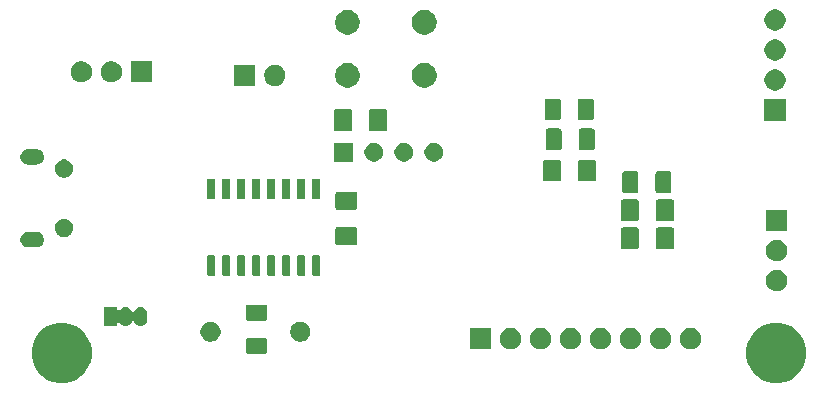
<source format=gbr>
%TF.GenerationSoftware,KiCad,Pcbnew,(5.1.5)-3*%
%TF.CreationDate,2021-01-03T14:47:41+13:00*%
%TF.ProjectId,SensorNodeCircuit,53656e73-6f72-44e6-9f64-654369726375,rev?*%
%TF.SameCoordinates,Original*%
%TF.FileFunction,Soldermask,Bot*%
%TF.FilePolarity,Negative*%
%FSLAX46Y46*%
G04 Gerber Fmt 4.6, Leading zero omitted, Abs format (unit mm)*
G04 Created by KiCad (PCBNEW (5.1.5)-3) date 2021-01-03 14:47:41*
%MOMM*%
%LPD*%
G04 APERTURE LIST*
%ADD10C,0.100000*%
G04 APERTURE END LIST*
D10*
G36*
X166744098Y-104547033D02*
G01*
X167208350Y-104739332D01*
X167208352Y-104739333D01*
X167626168Y-105018509D01*
X167981491Y-105373832D01*
X168260667Y-105791648D01*
X168260668Y-105791650D01*
X168452967Y-106255902D01*
X168551000Y-106748747D01*
X168551000Y-107251253D01*
X168452967Y-107744098D01*
X168260668Y-108208350D01*
X168260667Y-108208352D01*
X167981491Y-108626168D01*
X167626168Y-108981491D01*
X167208352Y-109260667D01*
X167208351Y-109260668D01*
X167208350Y-109260668D01*
X166744098Y-109452967D01*
X166251253Y-109551000D01*
X165748747Y-109551000D01*
X165255902Y-109452967D01*
X164791650Y-109260668D01*
X164791649Y-109260668D01*
X164791648Y-109260667D01*
X164373832Y-108981491D01*
X164018509Y-108626168D01*
X163739333Y-108208352D01*
X163739332Y-108208350D01*
X163547033Y-107744098D01*
X163449000Y-107251253D01*
X163449000Y-106748747D01*
X163547033Y-106255902D01*
X163739332Y-105791650D01*
X163739333Y-105791648D01*
X164018509Y-105373832D01*
X164373832Y-105018509D01*
X164791648Y-104739333D01*
X164791650Y-104739332D01*
X165255902Y-104547033D01*
X165748747Y-104449000D01*
X166251253Y-104449000D01*
X166744098Y-104547033D01*
G37*
G36*
X106244098Y-104547033D02*
G01*
X106708350Y-104739332D01*
X106708352Y-104739333D01*
X107126168Y-105018509D01*
X107481491Y-105373832D01*
X107760667Y-105791648D01*
X107760668Y-105791650D01*
X107952967Y-106255902D01*
X108051000Y-106748747D01*
X108051000Y-107251253D01*
X107952967Y-107744098D01*
X107760668Y-108208350D01*
X107760667Y-108208352D01*
X107481491Y-108626168D01*
X107126168Y-108981491D01*
X106708352Y-109260667D01*
X106708351Y-109260668D01*
X106708350Y-109260668D01*
X106244098Y-109452967D01*
X105751253Y-109551000D01*
X105248747Y-109551000D01*
X104755902Y-109452967D01*
X104291650Y-109260668D01*
X104291649Y-109260668D01*
X104291648Y-109260667D01*
X103873832Y-108981491D01*
X103518509Y-108626168D01*
X103239333Y-108208352D01*
X103239332Y-108208350D01*
X103047033Y-107744098D01*
X102949000Y-107251253D01*
X102949000Y-106748747D01*
X103047033Y-106255902D01*
X103239332Y-105791650D01*
X103239333Y-105791648D01*
X103518509Y-105373832D01*
X103873832Y-105018509D01*
X104291648Y-104739333D01*
X104291650Y-104739332D01*
X104755902Y-104547033D01*
X105248747Y-104449000D01*
X105751253Y-104449000D01*
X106244098Y-104547033D01*
G37*
G36*
X122768604Y-105728347D02*
G01*
X122805144Y-105739432D01*
X122838821Y-105757433D01*
X122868341Y-105781659D01*
X122892567Y-105811179D01*
X122910568Y-105844856D01*
X122921653Y-105881396D01*
X122926000Y-105925538D01*
X122926000Y-106874462D01*
X122921653Y-106918604D01*
X122910568Y-106955144D01*
X122892567Y-106988821D01*
X122868341Y-107018341D01*
X122838821Y-107042567D01*
X122805144Y-107060568D01*
X122768604Y-107071653D01*
X122724462Y-107076000D01*
X121275538Y-107076000D01*
X121231396Y-107071653D01*
X121194856Y-107060568D01*
X121161179Y-107042567D01*
X121131659Y-107018341D01*
X121107433Y-106988821D01*
X121089432Y-106955144D01*
X121078347Y-106918604D01*
X121074000Y-106874462D01*
X121074000Y-105925538D01*
X121078347Y-105881396D01*
X121089432Y-105844856D01*
X121107433Y-105811179D01*
X121131659Y-105781659D01*
X121161179Y-105757433D01*
X121194856Y-105739432D01*
X121231396Y-105728347D01*
X121275538Y-105724000D01*
X122724462Y-105724000D01*
X122768604Y-105728347D01*
G37*
G36*
X153773512Y-104903927D02*
G01*
X153922812Y-104933624D01*
X154086784Y-105001544D01*
X154234354Y-105100147D01*
X154359853Y-105225646D01*
X154458456Y-105373216D01*
X154526376Y-105537188D01*
X154561000Y-105711259D01*
X154561000Y-105888741D01*
X154526376Y-106062812D01*
X154458456Y-106226784D01*
X154359853Y-106374354D01*
X154234354Y-106499853D01*
X154086784Y-106598456D01*
X153922812Y-106666376D01*
X153773512Y-106696073D01*
X153748742Y-106701000D01*
X153571258Y-106701000D01*
X153546488Y-106696073D01*
X153397188Y-106666376D01*
X153233216Y-106598456D01*
X153085646Y-106499853D01*
X152960147Y-106374354D01*
X152861544Y-106226784D01*
X152793624Y-106062812D01*
X152759000Y-105888741D01*
X152759000Y-105711259D01*
X152793624Y-105537188D01*
X152861544Y-105373216D01*
X152960147Y-105225646D01*
X153085646Y-105100147D01*
X153233216Y-105001544D01*
X153397188Y-104933624D01*
X153546488Y-104903927D01*
X153571258Y-104899000D01*
X153748742Y-104899000D01*
X153773512Y-104903927D01*
G37*
G36*
X158853512Y-104903927D02*
G01*
X159002812Y-104933624D01*
X159166784Y-105001544D01*
X159314354Y-105100147D01*
X159439853Y-105225646D01*
X159538456Y-105373216D01*
X159606376Y-105537188D01*
X159641000Y-105711259D01*
X159641000Y-105888741D01*
X159606376Y-106062812D01*
X159538456Y-106226784D01*
X159439853Y-106374354D01*
X159314354Y-106499853D01*
X159166784Y-106598456D01*
X159002812Y-106666376D01*
X158853512Y-106696073D01*
X158828742Y-106701000D01*
X158651258Y-106701000D01*
X158626488Y-106696073D01*
X158477188Y-106666376D01*
X158313216Y-106598456D01*
X158165646Y-106499853D01*
X158040147Y-106374354D01*
X157941544Y-106226784D01*
X157873624Y-106062812D01*
X157839000Y-105888741D01*
X157839000Y-105711259D01*
X157873624Y-105537188D01*
X157941544Y-105373216D01*
X158040147Y-105225646D01*
X158165646Y-105100147D01*
X158313216Y-105001544D01*
X158477188Y-104933624D01*
X158626488Y-104903927D01*
X158651258Y-104899000D01*
X158828742Y-104899000D01*
X158853512Y-104903927D01*
G37*
G36*
X156313512Y-104903927D02*
G01*
X156462812Y-104933624D01*
X156626784Y-105001544D01*
X156774354Y-105100147D01*
X156899853Y-105225646D01*
X156998456Y-105373216D01*
X157066376Y-105537188D01*
X157101000Y-105711259D01*
X157101000Y-105888741D01*
X157066376Y-106062812D01*
X156998456Y-106226784D01*
X156899853Y-106374354D01*
X156774354Y-106499853D01*
X156626784Y-106598456D01*
X156462812Y-106666376D01*
X156313512Y-106696073D01*
X156288742Y-106701000D01*
X156111258Y-106701000D01*
X156086488Y-106696073D01*
X155937188Y-106666376D01*
X155773216Y-106598456D01*
X155625646Y-106499853D01*
X155500147Y-106374354D01*
X155401544Y-106226784D01*
X155333624Y-106062812D01*
X155299000Y-105888741D01*
X155299000Y-105711259D01*
X155333624Y-105537188D01*
X155401544Y-105373216D01*
X155500147Y-105225646D01*
X155625646Y-105100147D01*
X155773216Y-105001544D01*
X155937188Y-104933624D01*
X156086488Y-104903927D01*
X156111258Y-104899000D01*
X156288742Y-104899000D01*
X156313512Y-104903927D01*
G37*
G36*
X151233512Y-104903927D02*
G01*
X151382812Y-104933624D01*
X151546784Y-105001544D01*
X151694354Y-105100147D01*
X151819853Y-105225646D01*
X151918456Y-105373216D01*
X151986376Y-105537188D01*
X152021000Y-105711259D01*
X152021000Y-105888741D01*
X151986376Y-106062812D01*
X151918456Y-106226784D01*
X151819853Y-106374354D01*
X151694354Y-106499853D01*
X151546784Y-106598456D01*
X151382812Y-106666376D01*
X151233512Y-106696073D01*
X151208742Y-106701000D01*
X151031258Y-106701000D01*
X151006488Y-106696073D01*
X150857188Y-106666376D01*
X150693216Y-106598456D01*
X150545646Y-106499853D01*
X150420147Y-106374354D01*
X150321544Y-106226784D01*
X150253624Y-106062812D01*
X150219000Y-105888741D01*
X150219000Y-105711259D01*
X150253624Y-105537188D01*
X150321544Y-105373216D01*
X150420147Y-105225646D01*
X150545646Y-105100147D01*
X150693216Y-105001544D01*
X150857188Y-104933624D01*
X151006488Y-104903927D01*
X151031258Y-104899000D01*
X151208742Y-104899000D01*
X151233512Y-104903927D01*
G37*
G36*
X148693512Y-104903927D02*
G01*
X148842812Y-104933624D01*
X149006784Y-105001544D01*
X149154354Y-105100147D01*
X149279853Y-105225646D01*
X149378456Y-105373216D01*
X149446376Y-105537188D01*
X149481000Y-105711259D01*
X149481000Y-105888741D01*
X149446376Y-106062812D01*
X149378456Y-106226784D01*
X149279853Y-106374354D01*
X149154354Y-106499853D01*
X149006784Y-106598456D01*
X148842812Y-106666376D01*
X148693512Y-106696073D01*
X148668742Y-106701000D01*
X148491258Y-106701000D01*
X148466488Y-106696073D01*
X148317188Y-106666376D01*
X148153216Y-106598456D01*
X148005646Y-106499853D01*
X147880147Y-106374354D01*
X147781544Y-106226784D01*
X147713624Y-106062812D01*
X147679000Y-105888741D01*
X147679000Y-105711259D01*
X147713624Y-105537188D01*
X147781544Y-105373216D01*
X147880147Y-105225646D01*
X148005646Y-105100147D01*
X148153216Y-105001544D01*
X148317188Y-104933624D01*
X148466488Y-104903927D01*
X148491258Y-104899000D01*
X148668742Y-104899000D01*
X148693512Y-104903927D01*
G37*
G36*
X146153512Y-104903927D02*
G01*
X146302812Y-104933624D01*
X146466784Y-105001544D01*
X146614354Y-105100147D01*
X146739853Y-105225646D01*
X146838456Y-105373216D01*
X146906376Y-105537188D01*
X146941000Y-105711259D01*
X146941000Y-105888741D01*
X146906376Y-106062812D01*
X146838456Y-106226784D01*
X146739853Y-106374354D01*
X146614354Y-106499853D01*
X146466784Y-106598456D01*
X146302812Y-106666376D01*
X146153512Y-106696073D01*
X146128742Y-106701000D01*
X145951258Y-106701000D01*
X145926488Y-106696073D01*
X145777188Y-106666376D01*
X145613216Y-106598456D01*
X145465646Y-106499853D01*
X145340147Y-106374354D01*
X145241544Y-106226784D01*
X145173624Y-106062812D01*
X145139000Y-105888741D01*
X145139000Y-105711259D01*
X145173624Y-105537188D01*
X145241544Y-105373216D01*
X145340147Y-105225646D01*
X145465646Y-105100147D01*
X145613216Y-105001544D01*
X145777188Y-104933624D01*
X145926488Y-104903927D01*
X145951258Y-104899000D01*
X146128742Y-104899000D01*
X146153512Y-104903927D01*
G37*
G36*
X143613512Y-104903927D02*
G01*
X143762812Y-104933624D01*
X143926784Y-105001544D01*
X144074354Y-105100147D01*
X144199853Y-105225646D01*
X144298456Y-105373216D01*
X144366376Y-105537188D01*
X144401000Y-105711259D01*
X144401000Y-105888741D01*
X144366376Y-106062812D01*
X144298456Y-106226784D01*
X144199853Y-106374354D01*
X144074354Y-106499853D01*
X143926784Y-106598456D01*
X143762812Y-106666376D01*
X143613512Y-106696073D01*
X143588742Y-106701000D01*
X143411258Y-106701000D01*
X143386488Y-106696073D01*
X143237188Y-106666376D01*
X143073216Y-106598456D01*
X142925646Y-106499853D01*
X142800147Y-106374354D01*
X142701544Y-106226784D01*
X142633624Y-106062812D01*
X142599000Y-105888741D01*
X142599000Y-105711259D01*
X142633624Y-105537188D01*
X142701544Y-105373216D01*
X142800147Y-105225646D01*
X142925646Y-105100147D01*
X143073216Y-105001544D01*
X143237188Y-104933624D01*
X143386488Y-104903927D01*
X143411258Y-104899000D01*
X143588742Y-104899000D01*
X143613512Y-104903927D01*
G37*
G36*
X141861000Y-106701000D02*
G01*
X140059000Y-106701000D01*
X140059000Y-104899000D01*
X141861000Y-104899000D01*
X141861000Y-106701000D01*
G37*
G36*
X125948228Y-104381703D02*
G01*
X126103100Y-104445853D01*
X126242481Y-104538985D01*
X126361015Y-104657519D01*
X126454147Y-104796900D01*
X126518297Y-104951772D01*
X126551000Y-105116184D01*
X126551000Y-105283816D01*
X126518297Y-105448228D01*
X126454147Y-105603100D01*
X126361015Y-105742481D01*
X126242481Y-105861015D01*
X126103100Y-105954147D01*
X125948228Y-106018297D01*
X125783816Y-106051000D01*
X125616184Y-106051000D01*
X125451772Y-106018297D01*
X125296900Y-105954147D01*
X125157519Y-105861015D01*
X125038985Y-105742481D01*
X124945853Y-105603100D01*
X124881703Y-105448228D01*
X124849000Y-105283816D01*
X124849000Y-105116184D01*
X124881703Y-104951772D01*
X124945853Y-104796900D01*
X125038985Y-104657519D01*
X125157519Y-104538985D01*
X125296900Y-104445853D01*
X125451772Y-104381703D01*
X125616184Y-104349000D01*
X125783816Y-104349000D01*
X125948228Y-104381703D01*
G37*
G36*
X118348228Y-104381703D02*
G01*
X118503100Y-104445853D01*
X118642481Y-104538985D01*
X118761015Y-104657519D01*
X118854147Y-104796900D01*
X118918297Y-104951772D01*
X118951000Y-105116184D01*
X118951000Y-105283816D01*
X118918297Y-105448228D01*
X118854147Y-105603100D01*
X118761015Y-105742481D01*
X118642481Y-105861015D01*
X118503100Y-105954147D01*
X118348228Y-106018297D01*
X118183816Y-106051000D01*
X118016184Y-106051000D01*
X117851772Y-106018297D01*
X117696900Y-105954147D01*
X117557519Y-105861015D01*
X117438985Y-105742481D01*
X117345853Y-105603100D01*
X117281703Y-105448228D01*
X117249000Y-105283816D01*
X117249000Y-105116184D01*
X117281703Y-104951772D01*
X117345853Y-104796900D01*
X117438985Y-104657519D01*
X117557519Y-104538985D01*
X117696900Y-104445853D01*
X117851772Y-104381703D01*
X118016184Y-104349000D01*
X118183816Y-104349000D01*
X118348228Y-104381703D01*
G37*
G36*
X112282915Y-103107334D02*
G01*
X112391491Y-103140271D01*
X112391494Y-103140272D01*
X112427600Y-103159571D01*
X112491556Y-103193756D01*
X112579264Y-103265736D01*
X112651244Y-103353443D01*
X112685429Y-103417399D01*
X112704728Y-103453505D01*
X112704729Y-103453508D01*
X112737666Y-103562084D01*
X112746000Y-103646702D01*
X112746000Y-104153297D01*
X112737666Y-104237916D01*
X112705252Y-104344767D01*
X112704728Y-104346495D01*
X112694761Y-104365141D01*
X112651244Y-104446557D01*
X112579264Y-104534264D01*
X112491557Y-104606244D01*
X112427601Y-104640429D01*
X112391495Y-104659728D01*
X112391492Y-104659729D01*
X112282916Y-104692666D01*
X112170000Y-104703787D01*
X112057085Y-104692666D01*
X111948509Y-104659729D01*
X111948506Y-104659728D01*
X111912400Y-104640429D01*
X111848444Y-104606244D01*
X111760737Y-104534264D01*
X111688757Y-104446557D01*
X111645239Y-104365141D01*
X111631625Y-104344766D01*
X111614298Y-104327439D01*
X111593924Y-104313826D01*
X111571285Y-104304448D01*
X111547252Y-104299668D01*
X111522748Y-104299668D01*
X111498715Y-104304448D01*
X111476076Y-104313826D01*
X111455701Y-104327440D01*
X111438374Y-104344767D01*
X111424761Y-104365141D01*
X111381244Y-104446557D01*
X111309264Y-104534264D01*
X111221557Y-104606244D01*
X111157601Y-104640429D01*
X111121495Y-104659728D01*
X111121492Y-104659729D01*
X111012916Y-104692666D01*
X110900000Y-104703787D01*
X110787085Y-104692666D01*
X110678509Y-104659729D01*
X110678506Y-104659728D01*
X110642400Y-104640429D01*
X110578444Y-104606244D01*
X110490737Y-104534264D01*
X110427622Y-104457359D01*
X110410297Y-104440034D01*
X110389923Y-104426420D01*
X110367284Y-104417043D01*
X110343250Y-104412263D01*
X110318746Y-104412263D01*
X110294713Y-104417044D01*
X110272074Y-104426421D01*
X110251700Y-104440035D01*
X110234373Y-104457362D01*
X110220759Y-104477736D01*
X110211382Y-104500375D01*
X110206000Y-104536660D01*
X110206000Y-104701000D01*
X109054000Y-104701000D01*
X109054000Y-103099000D01*
X110206000Y-103099000D01*
X110206000Y-103263341D01*
X110208402Y-103287727D01*
X110215515Y-103311176D01*
X110227066Y-103332787D01*
X110242611Y-103351729D01*
X110261553Y-103367274D01*
X110283164Y-103378825D01*
X110306613Y-103385938D01*
X110330999Y-103388340D01*
X110355385Y-103385938D01*
X110378834Y-103378825D01*
X110400445Y-103367274D01*
X110419387Y-103351729D01*
X110427608Y-103342657D01*
X110490736Y-103265736D01*
X110578443Y-103193756D01*
X110642399Y-103159571D01*
X110678505Y-103140272D01*
X110678508Y-103140271D01*
X110787084Y-103107334D01*
X110900000Y-103096213D01*
X111012915Y-103107334D01*
X111121491Y-103140271D01*
X111121494Y-103140272D01*
X111157600Y-103159571D01*
X111221556Y-103193756D01*
X111309264Y-103265736D01*
X111381244Y-103353443D01*
X111424761Y-103434859D01*
X111438375Y-103455234D01*
X111455702Y-103472561D01*
X111476076Y-103486174D01*
X111498715Y-103495552D01*
X111522748Y-103500332D01*
X111547252Y-103500332D01*
X111571285Y-103495552D01*
X111593924Y-103486174D01*
X111614299Y-103472560D01*
X111631626Y-103455233D01*
X111645239Y-103434860D01*
X111688756Y-103353444D01*
X111760736Y-103265736D01*
X111848443Y-103193756D01*
X111912399Y-103159571D01*
X111948505Y-103140272D01*
X111948508Y-103140271D01*
X112057084Y-103107334D01*
X112170000Y-103096213D01*
X112282915Y-103107334D01*
G37*
G36*
X122768604Y-102928347D02*
G01*
X122805144Y-102939432D01*
X122838821Y-102957433D01*
X122868341Y-102981659D01*
X122892567Y-103011179D01*
X122910568Y-103044856D01*
X122921653Y-103081396D01*
X122926000Y-103125538D01*
X122926000Y-104074462D01*
X122921653Y-104118604D01*
X122910568Y-104155144D01*
X122892567Y-104188821D01*
X122868341Y-104218341D01*
X122838821Y-104242567D01*
X122805144Y-104260568D01*
X122768604Y-104271653D01*
X122724462Y-104276000D01*
X121275538Y-104276000D01*
X121231396Y-104271653D01*
X121194856Y-104260568D01*
X121161179Y-104242567D01*
X121131659Y-104218341D01*
X121107433Y-104188821D01*
X121089432Y-104155144D01*
X121078347Y-104118604D01*
X121074000Y-104074462D01*
X121074000Y-103125538D01*
X121078347Y-103081396D01*
X121089432Y-103044856D01*
X121107433Y-103011179D01*
X121131659Y-102981659D01*
X121161179Y-102957433D01*
X121194856Y-102939432D01*
X121231396Y-102928347D01*
X121275538Y-102924000D01*
X122724462Y-102924000D01*
X122768604Y-102928347D01*
G37*
G36*
X166149512Y-99971927D02*
G01*
X166298812Y-100001624D01*
X166462784Y-100069544D01*
X166610354Y-100168147D01*
X166735853Y-100293646D01*
X166834456Y-100441216D01*
X166902376Y-100605188D01*
X166937000Y-100779259D01*
X166937000Y-100956741D01*
X166902376Y-101130812D01*
X166834456Y-101294784D01*
X166735853Y-101442354D01*
X166610354Y-101567853D01*
X166462784Y-101666456D01*
X166298812Y-101734376D01*
X166149512Y-101764073D01*
X166124742Y-101769000D01*
X165947258Y-101769000D01*
X165922488Y-101764073D01*
X165773188Y-101734376D01*
X165609216Y-101666456D01*
X165461646Y-101567853D01*
X165336147Y-101442354D01*
X165237544Y-101294784D01*
X165169624Y-101130812D01*
X165135000Y-100956741D01*
X165135000Y-100779259D01*
X165169624Y-100605188D01*
X165237544Y-100441216D01*
X165336147Y-100293646D01*
X165461646Y-100168147D01*
X165609216Y-100069544D01*
X165773188Y-100001624D01*
X165922488Y-99971927D01*
X165947258Y-99967000D01*
X166124742Y-99967000D01*
X166149512Y-99971927D01*
G37*
G36*
X118419928Y-98751764D02*
G01*
X118441009Y-98758160D01*
X118460445Y-98768548D01*
X118477476Y-98782524D01*
X118491452Y-98799555D01*
X118501840Y-98818991D01*
X118508236Y-98840072D01*
X118511000Y-98868140D01*
X118511000Y-100331860D01*
X118508236Y-100359928D01*
X118501840Y-100381009D01*
X118491452Y-100400445D01*
X118477476Y-100417476D01*
X118460445Y-100431452D01*
X118441009Y-100441840D01*
X118419928Y-100448236D01*
X118391860Y-100451000D01*
X117928140Y-100451000D01*
X117900072Y-100448236D01*
X117878991Y-100441840D01*
X117859555Y-100431452D01*
X117842524Y-100417476D01*
X117828548Y-100400445D01*
X117818160Y-100381009D01*
X117811764Y-100359928D01*
X117809000Y-100331860D01*
X117809000Y-98868140D01*
X117811764Y-98840072D01*
X117818160Y-98818991D01*
X117828548Y-98799555D01*
X117842524Y-98782524D01*
X117859555Y-98768548D01*
X117878991Y-98758160D01*
X117900072Y-98751764D01*
X117928140Y-98749000D01*
X118391860Y-98749000D01*
X118419928Y-98751764D01*
G37*
G36*
X127309928Y-98751764D02*
G01*
X127331009Y-98758160D01*
X127350445Y-98768548D01*
X127367476Y-98782524D01*
X127381452Y-98799555D01*
X127391840Y-98818991D01*
X127398236Y-98840072D01*
X127401000Y-98868140D01*
X127401000Y-100331860D01*
X127398236Y-100359928D01*
X127391840Y-100381009D01*
X127381452Y-100400445D01*
X127367476Y-100417476D01*
X127350445Y-100431452D01*
X127331009Y-100441840D01*
X127309928Y-100448236D01*
X127281860Y-100451000D01*
X126818140Y-100451000D01*
X126790072Y-100448236D01*
X126768991Y-100441840D01*
X126749555Y-100431452D01*
X126732524Y-100417476D01*
X126718548Y-100400445D01*
X126708160Y-100381009D01*
X126701764Y-100359928D01*
X126699000Y-100331860D01*
X126699000Y-98868140D01*
X126701764Y-98840072D01*
X126708160Y-98818991D01*
X126718548Y-98799555D01*
X126732524Y-98782524D01*
X126749555Y-98768548D01*
X126768991Y-98758160D01*
X126790072Y-98751764D01*
X126818140Y-98749000D01*
X127281860Y-98749000D01*
X127309928Y-98751764D01*
G37*
G36*
X124769928Y-98751764D02*
G01*
X124791009Y-98758160D01*
X124810445Y-98768548D01*
X124827476Y-98782524D01*
X124841452Y-98799555D01*
X124851840Y-98818991D01*
X124858236Y-98840072D01*
X124861000Y-98868140D01*
X124861000Y-100331860D01*
X124858236Y-100359928D01*
X124851840Y-100381009D01*
X124841452Y-100400445D01*
X124827476Y-100417476D01*
X124810445Y-100431452D01*
X124791009Y-100441840D01*
X124769928Y-100448236D01*
X124741860Y-100451000D01*
X124278140Y-100451000D01*
X124250072Y-100448236D01*
X124228991Y-100441840D01*
X124209555Y-100431452D01*
X124192524Y-100417476D01*
X124178548Y-100400445D01*
X124168160Y-100381009D01*
X124161764Y-100359928D01*
X124159000Y-100331860D01*
X124159000Y-98868140D01*
X124161764Y-98840072D01*
X124168160Y-98818991D01*
X124178548Y-98799555D01*
X124192524Y-98782524D01*
X124209555Y-98768548D01*
X124228991Y-98758160D01*
X124250072Y-98751764D01*
X124278140Y-98749000D01*
X124741860Y-98749000D01*
X124769928Y-98751764D01*
G37*
G36*
X123499928Y-98751764D02*
G01*
X123521009Y-98758160D01*
X123540445Y-98768548D01*
X123557476Y-98782524D01*
X123571452Y-98799555D01*
X123581840Y-98818991D01*
X123588236Y-98840072D01*
X123591000Y-98868140D01*
X123591000Y-100331860D01*
X123588236Y-100359928D01*
X123581840Y-100381009D01*
X123571452Y-100400445D01*
X123557476Y-100417476D01*
X123540445Y-100431452D01*
X123521009Y-100441840D01*
X123499928Y-100448236D01*
X123471860Y-100451000D01*
X123008140Y-100451000D01*
X122980072Y-100448236D01*
X122958991Y-100441840D01*
X122939555Y-100431452D01*
X122922524Y-100417476D01*
X122908548Y-100400445D01*
X122898160Y-100381009D01*
X122891764Y-100359928D01*
X122889000Y-100331860D01*
X122889000Y-98868140D01*
X122891764Y-98840072D01*
X122898160Y-98818991D01*
X122908548Y-98799555D01*
X122922524Y-98782524D01*
X122939555Y-98768548D01*
X122958991Y-98758160D01*
X122980072Y-98751764D01*
X123008140Y-98749000D01*
X123471860Y-98749000D01*
X123499928Y-98751764D01*
G37*
G36*
X126039928Y-98751764D02*
G01*
X126061009Y-98758160D01*
X126080445Y-98768548D01*
X126097476Y-98782524D01*
X126111452Y-98799555D01*
X126121840Y-98818991D01*
X126128236Y-98840072D01*
X126131000Y-98868140D01*
X126131000Y-100331860D01*
X126128236Y-100359928D01*
X126121840Y-100381009D01*
X126111452Y-100400445D01*
X126097476Y-100417476D01*
X126080445Y-100431452D01*
X126061009Y-100441840D01*
X126039928Y-100448236D01*
X126011860Y-100451000D01*
X125548140Y-100451000D01*
X125520072Y-100448236D01*
X125498991Y-100441840D01*
X125479555Y-100431452D01*
X125462524Y-100417476D01*
X125448548Y-100400445D01*
X125438160Y-100381009D01*
X125431764Y-100359928D01*
X125429000Y-100331860D01*
X125429000Y-98868140D01*
X125431764Y-98840072D01*
X125438160Y-98818991D01*
X125448548Y-98799555D01*
X125462524Y-98782524D01*
X125479555Y-98768548D01*
X125498991Y-98758160D01*
X125520072Y-98751764D01*
X125548140Y-98749000D01*
X126011860Y-98749000D01*
X126039928Y-98751764D01*
G37*
G36*
X122229928Y-98751764D02*
G01*
X122251009Y-98758160D01*
X122270445Y-98768548D01*
X122287476Y-98782524D01*
X122301452Y-98799555D01*
X122311840Y-98818991D01*
X122318236Y-98840072D01*
X122321000Y-98868140D01*
X122321000Y-100331860D01*
X122318236Y-100359928D01*
X122311840Y-100381009D01*
X122301452Y-100400445D01*
X122287476Y-100417476D01*
X122270445Y-100431452D01*
X122251009Y-100441840D01*
X122229928Y-100448236D01*
X122201860Y-100451000D01*
X121738140Y-100451000D01*
X121710072Y-100448236D01*
X121688991Y-100441840D01*
X121669555Y-100431452D01*
X121652524Y-100417476D01*
X121638548Y-100400445D01*
X121628160Y-100381009D01*
X121621764Y-100359928D01*
X121619000Y-100331860D01*
X121619000Y-98868140D01*
X121621764Y-98840072D01*
X121628160Y-98818991D01*
X121638548Y-98799555D01*
X121652524Y-98782524D01*
X121669555Y-98768548D01*
X121688991Y-98758160D01*
X121710072Y-98751764D01*
X121738140Y-98749000D01*
X122201860Y-98749000D01*
X122229928Y-98751764D01*
G37*
G36*
X120959928Y-98751764D02*
G01*
X120981009Y-98758160D01*
X121000445Y-98768548D01*
X121017476Y-98782524D01*
X121031452Y-98799555D01*
X121041840Y-98818991D01*
X121048236Y-98840072D01*
X121051000Y-98868140D01*
X121051000Y-100331860D01*
X121048236Y-100359928D01*
X121041840Y-100381009D01*
X121031452Y-100400445D01*
X121017476Y-100417476D01*
X121000445Y-100431452D01*
X120981009Y-100441840D01*
X120959928Y-100448236D01*
X120931860Y-100451000D01*
X120468140Y-100451000D01*
X120440072Y-100448236D01*
X120418991Y-100441840D01*
X120399555Y-100431452D01*
X120382524Y-100417476D01*
X120368548Y-100400445D01*
X120358160Y-100381009D01*
X120351764Y-100359928D01*
X120349000Y-100331860D01*
X120349000Y-98868140D01*
X120351764Y-98840072D01*
X120358160Y-98818991D01*
X120368548Y-98799555D01*
X120382524Y-98782524D01*
X120399555Y-98768548D01*
X120418991Y-98758160D01*
X120440072Y-98751764D01*
X120468140Y-98749000D01*
X120931860Y-98749000D01*
X120959928Y-98751764D01*
G37*
G36*
X119689928Y-98751764D02*
G01*
X119711009Y-98758160D01*
X119730445Y-98768548D01*
X119747476Y-98782524D01*
X119761452Y-98799555D01*
X119771840Y-98818991D01*
X119778236Y-98840072D01*
X119781000Y-98868140D01*
X119781000Y-100331860D01*
X119778236Y-100359928D01*
X119771840Y-100381009D01*
X119761452Y-100400445D01*
X119747476Y-100417476D01*
X119730445Y-100431452D01*
X119711009Y-100441840D01*
X119689928Y-100448236D01*
X119661860Y-100451000D01*
X119198140Y-100451000D01*
X119170072Y-100448236D01*
X119148991Y-100441840D01*
X119129555Y-100431452D01*
X119112524Y-100417476D01*
X119098548Y-100400445D01*
X119088160Y-100381009D01*
X119081764Y-100359928D01*
X119079000Y-100331860D01*
X119079000Y-98868140D01*
X119081764Y-98840072D01*
X119088160Y-98818991D01*
X119098548Y-98799555D01*
X119112524Y-98782524D01*
X119129555Y-98768548D01*
X119148991Y-98758160D01*
X119170072Y-98751764D01*
X119198140Y-98749000D01*
X119661860Y-98749000D01*
X119689928Y-98751764D01*
G37*
G36*
X166149512Y-97431927D02*
G01*
X166298812Y-97461624D01*
X166462784Y-97529544D01*
X166610354Y-97628147D01*
X166735853Y-97753646D01*
X166834456Y-97901216D01*
X166902376Y-98065188D01*
X166937000Y-98239259D01*
X166937000Y-98416741D01*
X166902376Y-98590812D01*
X166834456Y-98754784D01*
X166735853Y-98902354D01*
X166610354Y-99027853D01*
X166462784Y-99126456D01*
X166298812Y-99194376D01*
X166149512Y-99224073D01*
X166124742Y-99229000D01*
X165947258Y-99229000D01*
X165922488Y-99224073D01*
X165773188Y-99194376D01*
X165609216Y-99126456D01*
X165461646Y-99027853D01*
X165336147Y-98902354D01*
X165237544Y-98754784D01*
X165169624Y-98590812D01*
X165135000Y-98416741D01*
X165135000Y-98239259D01*
X165169624Y-98065188D01*
X165237544Y-97901216D01*
X165336147Y-97753646D01*
X165461646Y-97628147D01*
X165609216Y-97529544D01*
X165773188Y-97461624D01*
X165922488Y-97431927D01*
X165947258Y-97427000D01*
X166124742Y-97427000D01*
X166149512Y-97431927D01*
G37*
G36*
X157189062Y-96384181D02*
G01*
X157223981Y-96394774D01*
X157256163Y-96411976D01*
X157284373Y-96435127D01*
X157307524Y-96463337D01*
X157324726Y-96495519D01*
X157335319Y-96530438D01*
X157339500Y-96572895D01*
X157339500Y-98039105D01*
X157335319Y-98081562D01*
X157324726Y-98116481D01*
X157307524Y-98148663D01*
X157284373Y-98176873D01*
X157256163Y-98200024D01*
X157223981Y-98217226D01*
X157189062Y-98227819D01*
X157146605Y-98232000D01*
X156005395Y-98232000D01*
X155962938Y-98227819D01*
X155928019Y-98217226D01*
X155895837Y-98200024D01*
X155867627Y-98176873D01*
X155844476Y-98148663D01*
X155827274Y-98116481D01*
X155816681Y-98081562D01*
X155812500Y-98039105D01*
X155812500Y-96572895D01*
X155816681Y-96530438D01*
X155827274Y-96495519D01*
X155844476Y-96463337D01*
X155867627Y-96435127D01*
X155895837Y-96411976D01*
X155928019Y-96394774D01*
X155962938Y-96384181D01*
X156005395Y-96380000D01*
X157146605Y-96380000D01*
X157189062Y-96384181D01*
G37*
G36*
X154214062Y-96384181D02*
G01*
X154248981Y-96394774D01*
X154281163Y-96411976D01*
X154309373Y-96435127D01*
X154332524Y-96463337D01*
X154349726Y-96495519D01*
X154360319Y-96530438D01*
X154364500Y-96572895D01*
X154364500Y-98039105D01*
X154360319Y-98081562D01*
X154349726Y-98116481D01*
X154332524Y-98148663D01*
X154309373Y-98176873D01*
X154281163Y-98200024D01*
X154248981Y-98217226D01*
X154214062Y-98227819D01*
X154171605Y-98232000D01*
X153030395Y-98232000D01*
X152987938Y-98227819D01*
X152953019Y-98217226D01*
X152920837Y-98200024D01*
X152892627Y-98176873D01*
X152869476Y-98148663D01*
X152852274Y-98116481D01*
X152841681Y-98081562D01*
X152837500Y-98039105D01*
X152837500Y-96572895D01*
X152841681Y-96530438D01*
X152852274Y-96495519D01*
X152869476Y-96463337D01*
X152892627Y-96435127D01*
X152920837Y-96411976D01*
X152953019Y-96394774D01*
X152987938Y-96384181D01*
X153030395Y-96380000D01*
X154171605Y-96380000D01*
X154214062Y-96384181D01*
G37*
G36*
X103413855Y-96752140D02*
G01*
X103477618Y-96758420D01*
X103568404Y-96785960D01*
X103600336Y-96795646D01*
X103713425Y-96856094D01*
X103812554Y-96937446D01*
X103893906Y-97036575D01*
X103954354Y-97149664D01*
X103954355Y-97149668D01*
X103991580Y-97272382D01*
X104004149Y-97400000D01*
X103991580Y-97527618D01*
X103970956Y-97595605D01*
X103954354Y-97650336D01*
X103893906Y-97763425D01*
X103812554Y-97862554D01*
X103713425Y-97943906D01*
X103600336Y-98004354D01*
X103568404Y-98014040D01*
X103477618Y-98041580D01*
X103413855Y-98047860D01*
X103381974Y-98051000D01*
X102618026Y-98051000D01*
X102586145Y-98047860D01*
X102522382Y-98041580D01*
X102431596Y-98014040D01*
X102399664Y-98004354D01*
X102286575Y-97943906D01*
X102187446Y-97862554D01*
X102106094Y-97763425D01*
X102045646Y-97650336D01*
X102029044Y-97595605D01*
X102008420Y-97527618D01*
X101995851Y-97400000D01*
X102008420Y-97272382D01*
X102045645Y-97149668D01*
X102045646Y-97149664D01*
X102106094Y-97036575D01*
X102187446Y-96937446D01*
X102286575Y-96856094D01*
X102399664Y-96795646D01*
X102431596Y-96785960D01*
X102522382Y-96758420D01*
X102586145Y-96752140D01*
X102618026Y-96749000D01*
X103381974Y-96749000D01*
X103413855Y-96752140D01*
G37*
G36*
X130375562Y-96340681D02*
G01*
X130410481Y-96351274D01*
X130442663Y-96368476D01*
X130470873Y-96391627D01*
X130494024Y-96419837D01*
X130511226Y-96452019D01*
X130521819Y-96486938D01*
X130526000Y-96529395D01*
X130526000Y-97670605D01*
X130521819Y-97713062D01*
X130511226Y-97747981D01*
X130494024Y-97780163D01*
X130470873Y-97808373D01*
X130442663Y-97831524D01*
X130410481Y-97848726D01*
X130375562Y-97859319D01*
X130333105Y-97863500D01*
X128866895Y-97863500D01*
X128824438Y-97859319D01*
X128789519Y-97848726D01*
X128757337Y-97831524D01*
X128729127Y-97808373D01*
X128705976Y-97780163D01*
X128688774Y-97747981D01*
X128678181Y-97713062D01*
X128674000Y-97670605D01*
X128674000Y-96529395D01*
X128678181Y-96486938D01*
X128688774Y-96452019D01*
X128705976Y-96419837D01*
X128729127Y-96391627D01*
X128757337Y-96368476D01*
X128789519Y-96351274D01*
X128824438Y-96340681D01*
X128866895Y-96336500D01*
X130333105Y-96336500D01*
X130375562Y-96340681D01*
G37*
G36*
X105926348Y-95653820D02*
G01*
X105926350Y-95653821D01*
X105926351Y-95653821D01*
X106067574Y-95712317D01*
X106067577Y-95712319D01*
X106194669Y-95797239D01*
X106302761Y-95905331D01*
X106387681Y-96032423D01*
X106387683Y-96032426D01*
X106446179Y-96173649D01*
X106446180Y-96173652D01*
X106476000Y-96323569D01*
X106476000Y-96476431D01*
X106450547Y-96604395D01*
X106446179Y-96626351D01*
X106387683Y-96767574D01*
X106387681Y-96767577D01*
X106302761Y-96894669D01*
X106194669Y-97002761D01*
X106067577Y-97087681D01*
X106067574Y-97087683D01*
X105926351Y-97146179D01*
X105926350Y-97146179D01*
X105926348Y-97146180D01*
X105776431Y-97176000D01*
X105623569Y-97176000D01*
X105473652Y-97146180D01*
X105473650Y-97146179D01*
X105473649Y-97146179D01*
X105332426Y-97087683D01*
X105332423Y-97087681D01*
X105205331Y-97002761D01*
X105097239Y-96894669D01*
X105012319Y-96767577D01*
X105012317Y-96767574D01*
X104953821Y-96626351D01*
X104949454Y-96604395D01*
X104924000Y-96476431D01*
X104924000Y-96323569D01*
X104953820Y-96173652D01*
X104953821Y-96173649D01*
X105012317Y-96032426D01*
X105012319Y-96032423D01*
X105097239Y-95905331D01*
X105205331Y-95797239D01*
X105332423Y-95712319D01*
X105332426Y-95712317D01*
X105473649Y-95653821D01*
X105473650Y-95653821D01*
X105473652Y-95653820D01*
X105623569Y-95624000D01*
X105776431Y-95624000D01*
X105926348Y-95653820D01*
G37*
G36*
X166937000Y-96689000D02*
G01*
X165135000Y-96689000D01*
X165135000Y-94887000D01*
X166937000Y-94887000D01*
X166937000Y-96689000D01*
G37*
G36*
X154214062Y-94014181D02*
G01*
X154248981Y-94024774D01*
X154281163Y-94041976D01*
X154309373Y-94065127D01*
X154332524Y-94093337D01*
X154349726Y-94125519D01*
X154360319Y-94160438D01*
X154364500Y-94202895D01*
X154364500Y-95669105D01*
X154360319Y-95711562D01*
X154349726Y-95746481D01*
X154332524Y-95778663D01*
X154309373Y-95806873D01*
X154281163Y-95830024D01*
X154248981Y-95847226D01*
X154214062Y-95857819D01*
X154171605Y-95862000D01*
X153030395Y-95862000D01*
X152987938Y-95857819D01*
X152953019Y-95847226D01*
X152920837Y-95830024D01*
X152892627Y-95806873D01*
X152869476Y-95778663D01*
X152852274Y-95746481D01*
X152841681Y-95711562D01*
X152837500Y-95669105D01*
X152837500Y-94202895D01*
X152841681Y-94160438D01*
X152852274Y-94125519D01*
X152869476Y-94093337D01*
X152892627Y-94065127D01*
X152920837Y-94041976D01*
X152953019Y-94024774D01*
X152987938Y-94014181D01*
X153030395Y-94010000D01*
X154171605Y-94010000D01*
X154214062Y-94014181D01*
G37*
G36*
X157189062Y-94014181D02*
G01*
X157223981Y-94024774D01*
X157256163Y-94041976D01*
X157284373Y-94065127D01*
X157307524Y-94093337D01*
X157324726Y-94125519D01*
X157335319Y-94160438D01*
X157339500Y-94202895D01*
X157339500Y-95669105D01*
X157335319Y-95711562D01*
X157324726Y-95746481D01*
X157307524Y-95778663D01*
X157284373Y-95806873D01*
X157256163Y-95830024D01*
X157223981Y-95847226D01*
X157189062Y-95857819D01*
X157146605Y-95862000D01*
X156005395Y-95862000D01*
X155962938Y-95857819D01*
X155928019Y-95847226D01*
X155895837Y-95830024D01*
X155867627Y-95806873D01*
X155844476Y-95778663D01*
X155827274Y-95746481D01*
X155816681Y-95711562D01*
X155812500Y-95669105D01*
X155812500Y-94202895D01*
X155816681Y-94160438D01*
X155827274Y-94125519D01*
X155844476Y-94093337D01*
X155867627Y-94065127D01*
X155895837Y-94041976D01*
X155928019Y-94024774D01*
X155962938Y-94014181D01*
X156005395Y-94010000D01*
X157146605Y-94010000D01*
X157189062Y-94014181D01*
G37*
G36*
X130375562Y-93365681D02*
G01*
X130410481Y-93376274D01*
X130442663Y-93393476D01*
X130470873Y-93416627D01*
X130494024Y-93444837D01*
X130511226Y-93477019D01*
X130521819Y-93511938D01*
X130526000Y-93554395D01*
X130526000Y-94695605D01*
X130521819Y-94738062D01*
X130511226Y-94772981D01*
X130494024Y-94805163D01*
X130470873Y-94833373D01*
X130442663Y-94856524D01*
X130410481Y-94873726D01*
X130375562Y-94884319D01*
X130333105Y-94888500D01*
X128866895Y-94888500D01*
X128824438Y-94884319D01*
X128789519Y-94873726D01*
X128757337Y-94856524D01*
X128729127Y-94833373D01*
X128705976Y-94805163D01*
X128688774Y-94772981D01*
X128678181Y-94738062D01*
X128674000Y-94695605D01*
X128674000Y-93554395D01*
X128678181Y-93511938D01*
X128688774Y-93477019D01*
X128705976Y-93444837D01*
X128729127Y-93416627D01*
X128757337Y-93393476D01*
X128789519Y-93376274D01*
X128824438Y-93365681D01*
X128866895Y-93361500D01*
X130333105Y-93361500D01*
X130375562Y-93365681D01*
G37*
G36*
X123499928Y-92251764D02*
G01*
X123521009Y-92258160D01*
X123540445Y-92268548D01*
X123557476Y-92282524D01*
X123571452Y-92299555D01*
X123581840Y-92318991D01*
X123588236Y-92340072D01*
X123591000Y-92368140D01*
X123591000Y-93831860D01*
X123588236Y-93859928D01*
X123581840Y-93881009D01*
X123571452Y-93900445D01*
X123557476Y-93917476D01*
X123540445Y-93931452D01*
X123521009Y-93941840D01*
X123499928Y-93948236D01*
X123471860Y-93951000D01*
X123008140Y-93951000D01*
X122980072Y-93948236D01*
X122958991Y-93941840D01*
X122939555Y-93931452D01*
X122922524Y-93917476D01*
X122908548Y-93900445D01*
X122898160Y-93881009D01*
X122891764Y-93859928D01*
X122889000Y-93831860D01*
X122889000Y-92368140D01*
X122891764Y-92340072D01*
X122898160Y-92318991D01*
X122908548Y-92299555D01*
X122922524Y-92282524D01*
X122939555Y-92268548D01*
X122958991Y-92258160D01*
X122980072Y-92251764D01*
X123008140Y-92249000D01*
X123471860Y-92249000D01*
X123499928Y-92251764D01*
G37*
G36*
X127309928Y-92251764D02*
G01*
X127331009Y-92258160D01*
X127350445Y-92268548D01*
X127367476Y-92282524D01*
X127381452Y-92299555D01*
X127391840Y-92318991D01*
X127398236Y-92340072D01*
X127401000Y-92368140D01*
X127401000Y-93831860D01*
X127398236Y-93859928D01*
X127391840Y-93881009D01*
X127381452Y-93900445D01*
X127367476Y-93917476D01*
X127350445Y-93931452D01*
X127331009Y-93941840D01*
X127309928Y-93948236D01*
X127281860Y-93951000D01*
X126818140Y-93951000D01*
X126790072Y-93948236D01*
X126768991Y-93941840D01*
X126749555Y-93931452D01*
X126732524Y-93917476D01*
X126718548Y-93900445D01*
X126708160Y-93881009D01*
X126701764Y-93859928D01*
X126699000Y-93831860D01*
X126699000Y-92368140D01*
X126701764Y-92340072D01*
X126708160Y-92318991D01*
X126718548Y-92299555D01*
X126732524Y-92282524D01*
X126749555Y-92268548D01*
X126768991Y-92258160D01*
X126790072Y-92251764D01*
X126818140Y-92249000D01*
X127281860Y-92249000D01*
X127309928Y-92251764D01*
G37*
G36*
X126039928Y-92251764D02*
G01*
X126061009Y-92258160D01*
X126080445Y-92268548D01*
X126097476Y-92282524D01*
X126111452Y-92299555D01*
X126121840Y-92318991D01*
X126128236Y-92340072D01*
X126131000Y-92368140D01*
X126131000Y-93831860D01*
X126128236Y-93859928D01*
X126121840Y-93881009D01*
X126111452Y-93900445D01*
X126097476Y-93917476D01*
X126080445Y-93931452D01*
X126061009Y-93941840D01*
X126039928Y-93948236D01*
X126011860Y-93951000D01*
X125548140Y-93951000D01*
X125520072Y-93948236D01*
X125498991Y-93941840D01*
X125479555Y-93931452D01*
X125462524Y-93917476D01*
X125448548Y-93900445D01*
X125438160Y-93881009D01*
X125431764Y-93859928D01*
X125429000Y-93831860D01*
X125429000Y-92368140D01*
X125431764Y-92340072D01*
X125438160Y-92318991D01*
X125448548Y-92299555D01*
X125462524Y-92282524D01*
X125479555Y-92268548D01*
X125498991Y-92258160D01*
X125520072Y-92251764D01*
X125548140Y-92249000D01*
X126011860Y-92249000D01*
X126039928Y-92251764D01*
G37*
G36*
X124769928Y-92251764D02*
G01*
X124791009Y-92258160D01*
X124810445Y-92268548D01*
X124827476Y-92282524D01*
X124841452Y-92299555D01*
X124851840Y-92318991D01*
X124858236Y-92340072D01*
X124861000Y-92368140D01*
X124861000Y-93831860D01*
X124858236Y-93859928D01*
X124851840Y-93881009D01*
X124841452Y-93900445D01*
X124827476Y-93917476D01*
X124810445Y-93931452D01*
X124791009Y-93941840D01*
X124769928Y-93948236D01*
X124741860Y-93951000D01*
X124278140Y-93951000D01*
X124250072Y-93948236D01*
X124228991Y-93941840D01*
X124209555Y-93931452D01*
X124192524Y-93917476D01*
X124178548Y-93900445D01*
X124168160Y-93881009D01*
X124161764Y-93859928D01*
X124159000Y-93831860D01*
X124159000Y-92368140D01*
X124161764Y-92340072D01*
X124168160Y-92318991D01*
X124178548Y-92299555D01*
X124192524Y-92282524D01*
X124209555Y-92268548D01*
X124228991Y-92258160D01*
X124250072Y-92251764D01*
X124278140Y-92249000D01*
X124741860Y-92249000D01*
X124769928Y-92251764D01*
G37*
G36*
X118419928Y-92251764D02*
G01*
X118441009Y-92258160D01*
X118460445Y-92268548D01*
X118477476Y-92282524D01*
X118491452Y-92299555D01*
X118501840Y-92318991D01*
X118508236Y-92340072D01*
X118511000Y-92368140D01*
X118511000Y-93831860D01*
X118508236Y-93859928D01*
X118501840Y-93881009D01*
X118491452Y-93900445D01*
X118477476Y-93917476D01*
X118460445Y-93931452D01*
X118441009Y-93941840D01*
X118419928Y-93948236D01*
X118391860Y-93951000D01*
X117928140Y-93951000D01*
X117900072Y-93948236D01*
X117878991Y-93941840D01*
X117859555Y-93931452D01*
X117842524Y-93917476D01*
X117828548Y-93900445D01*
X117818160Y-93881009D01*
X117811764Y-93859928D01*
X117809000Y-93831860D01*
X117809000Y-92368140D01*
X117811764Y-92340072D01*
X117818160Y-92318991D01*
X117828548Y-92299555D01*
X117842524Y-92282524D01*
X117859555Y-92268548D01*
X117878991Y-92258160D01*
X117900072Y-92251764D01*
X117928140Y-92249000D01*
X118391860Y-92249000D01*
X118419928Y-92251764D01*
G37*
G36*
X119689928Y-92251764D02*
G01*
X119711009Y-92258160D01*
X119730445Y-92268548D01*
X119747476Y-92282524D01*
X119761452Y-92299555D01*
X119771840Y-92318991D01*
X119778236Y-92340072D01*
X119781000Y-92368140D01*
X119781000Y-93831860D01*
X119778236Y-93859928D01*
X119771840Y-93881009D01*
X119761452Y-93900445D01*
X119747476Y-93917476D01*
X119730445Y-93931452D01*
X119711009Y-93941840D01*
X119689928Y-93948236D01*
X119661860Y-93951000D01*
X119198140Y-93951000D01*
X119170072Y-93948236D01*
X119148991Y-93941840D01*
X119129555Y-93931452D01*
X119112524Y-93917476D01*
X119098548Y-93900445D01*
X119088160Y-93881009D01*
X119081764Y-93859928D01*
X119079000Y-93831860D01*
X119079000Y-92368140D01*
X119081764Y-92340072D01*
X119088160Y-92318991D01*
X119098548Y-92299555D01*
X119112524Y-92282524D01*
X119129555Y-92268548D01*
X119148991Y-92258160D01*
X119170072Y-92251764D01*
X119198140Y-92249000D01*
X119661860Y-92249000D01*
X119689928Y-92251764D01*
G37*
G36*
X120959928Y-92251764D02*
G01*
X120981009Y-92258160D01*
X121000445Y-92268548D01*
X121017476Y-92282524D01*
X121031452Y-92299555D01*
X121041840Y-92318991D01*
X121048236Y-92340072D01*
X121051000Y-92368140D01*
X121051000Y-93831860D01*
X121048236Y-93859928D01*
X121041840Y-93881009D01*
X121031452Y-93900445D01*
X121017476Y-93917476D01*
X121000445Y-93931452D01*
X120981009Y-93941840D01*
X120959928Y-93948236D01*
X120931860Y-93951000D01*
X120468140Y-93951000D01*
X120440072Y-93948236D01*
X120418991Y-93941840D01*
X120399555Y-93931452D01*
X120382524Y-93917476D01*
X120368548Y-93900445D01*
X120358160Y-93881009D01*
X120351764Y-93859928D01*
X120349000Y-93831860D01*
X120349000Y-92368140D01*
X120351764Y-92340072D01*
X120358160Y-92318991D01*
X120368548Y-92299555D01*
X120382524Y-92282524D01*
X120399555Y-92268548D01*
X120418991Y-92258160D01*
X120440072Y-92251764D01*
X120468140Y-92249000D01*
X120931860Y-92249000D01*
X120959928Y-92251764D01*
G37*
G36*
X122229928Y-92251764D02*
G01*
X122251009Y-92258160D01*
X122270445Y-92268548D01*
X122287476Y-92282524D01*
X122301452Y-92299555D01*
X122311840Y-92318991D01*
X122318236Y-92340072D01*
X122321000Y-92368140D01*
X122321000Y-93831860D01*
X122318236Y-93859928D01*
X122311840Y-93881009D01*
X122301452Y-93900445D01*
X122287476Y-93917476D01*
X122270445Y-93931452D01*
X122251009Y-93941840D01*
X122229928Y-93948236D01*
X122201860Y-93951000D01*
X121738140Y-93951000D01*
X121710072Y-93948236D01*
X121688991Y-93941840D01*
X121669555Y-93931452D01*
X121652524Y-93917476D01*
X121638548Y-93900445D01*
X121628160Y-93881009D01*
X121621764Y-93859928D01*
X121619000Y-93831860D01*
X121619000Y-92368140D01*
X121621764Y-92340072D01*
X121628160Y-92318991D01*
X121638548Y-92299555D01*
X121652524Y-92282524D01*
X121669555Y-92268548D01*
X121688991Y-92258160D01*
X121710072Y-92251764D01*
X121738140Y-92249000D01*
X122201860Y-92249000D01*
X122229928Y-92251764D01*
G37*
G36*
X154168604Y-91628347D02*
G01*
X154205144Y-91639432D01*
X154238821Y-91657433D01*
X154268341Y-91681659D01*
X154292567Y-91711179D01*
X154310568Y-91744856D01*
X154321653Y-91781396D01*
X154326000Y-91825538D01*
X154326000Y-93274462D01*
X154321653Y-93318604D01*
X154310568Y-93355144D01*
X154292567Y-93388821D01*
X154268341Y-93418341D01*
X154238821Y-93442567D01*
X154205144Y-93460568D01*
X154168604Y-93471653D01*
X154124462Y-93476000D01*
X153175538Y-93476000D01*
X153131396Y-93471653D01*
X153094856Y-93460568D01*
X153061179Y-93442567D01*
X153031659Y-93418341D01*
X153007433Y-93388821D01*
X152989432Y-93355144D01*
X152978347Y-93318604D01*
X152974000Y-93274462D01*
X152974000Y-91825538D01*
X152978347Y-91781396D01*
X152989432Y-91744856D01*
X153007433Y-91711179D01*
X153031659Y-91681659D01*
X153061179Y-91657433D01*
X153094856Y-91639432D01*
X153131396Y-91628347D01*
X153175538Y-91624000D01*
X154124462Y-91624000D01*
X154168604Y-91628347D01*
G37*
G36*
X156968604Y-91628347D02*
G01*
X157005144Y-91639432D01*
X157038821Y-91657433D01*
X157068341Y-91681659D01*
X157092567Y-91711179D01*
X157110568Y-91744856D01*
X157121653Y-91781396D01*
X157126000Y-91825538D01*
X157126000Y-93274462D01*
X157121653Y-93318604D01*
X157110568Y-93355144D01*
X157092567Y-93388821D01*
X157068341Y-93418341D01*
X157038821Y-93442567D01*
X157005144Y-93460568D01*
X156968604Y-93471653D01*
X156924462Y-93476000D01*
X155975538Y-93476000D01*
X155931396Y-93471653D01*
X155894856Y-93460568D01*
X155861179Y-93442567D01*
X155831659Y-93418341D01*
X155807433Y-93388821D01*
X155789432Y-93355144D01*
X155778347Y-93318604D01*
X155774000Y-93274462D01*
X155774000Y-91825538D01*
X155778347Y-91781396D01*
X155789432Y-91744856D01*
X155807433Y-91711179D01*
X155831659Y-91681659D01*
X155861179Y-91657433D01*
X155894856Y-91639432D01*
X155931396Y-91628347D01*
X155975538Y-91624000D01*
X156924462Y-91624000D01*
X156968604Y-91628347D01*
G37*
G36*
X147624062Y-90634181D02*
G01*
X147658981Y-90644774D01*
X147691163Y-90661976D01*
X147719373Y-90685127D01*
X147742524Y-90713337D01*
X147759726Y-90745519D01*
X147770319Y-90780438D01*
X147774500Y-90822895D01*
X147774500Y-92289105D01*
X147770319Y-92331562D01*
X147759726Y-92366481D01*
X147742524Y-92398663D01*
X147719373Y-92426873D01*
X147691163Y-92450024D01*
X147658981Y-92467226D01*
X147624062Y-92477819D01*
X147581605Y-92482000D01*
X146440395Y-92482000D01*
X146397938Y-92477819D01*
X146363019Y-92467226D01*
X146330837Y-92450024D01*
X146302627Y-92426873D01*
X146279476Y-92398663D01*
X146262274Y-92366481D01*
X146251681Y-92331562D01*
X146247500Y-92289105D01*
X146247500Y-90822895D01*
X146251681Y-90780438D01*
X146262274Y-90745519D01*
X146279476Y-90713337D01*
X146302627Y-90685127D01*
X146330837Y-90661976D01*
X146363019Y-90644774D01*
X146397938Y-90634181D01*
X146440395Y-90630000D01*
X147581605Y-90630000D01*
X147624062Y-90634181D01*
G37*
G36*
X150599062Y-90634181D02*
G01*
X150633981Y-90644774D01*
X150666163Y-90661976D01*
X150694373Y-90685127D01*
X150717524Y-90713337D01*
X150734726Y-90745519D01*
X150745319Y-90780438D01*
X150749500Y-90822895D01*
X150749500Y-92289105D01*
X150745319Y-92331562D01*
X150734726Y-92366481D01*
X150717524Y-92398663D01*
X150694373Y-92426873D01*
X150666163Y-92450024D01*
X150633981Y-92467226D01*
X150599062Y-92477819D01*
X150556605Y-92482000D01*
X149415395Y-92482000D01*
X149372938Y-92477819D01*
X149338019Y-92467226D01*
X149305837Y-92450024D01*
X149277627Y-92426873D01*
X149254476Y-92398663D01*
X149237274Y-92366481D01*
X149226681Y-92331562D01*
X149222500Y-92289105D01*
X149222500Y-90822895D01*
X149226681Y-90780438D01*
X149237274Y-90745519D01*
X149254476Y-90713337D01*
X149277627Y-90685127D01*
X149305837Y-90661976D01*
X149338019Y-90644774D01*
X149372938Y-90634181D01*
X149415395Y-90630000D01*
X150556605Y-90630000D01*
X150599062Y-90634181D01*
G37*
G36*
X105926348Y-90653820D02*
G01*
X105926350Y-90653821D01*
X105926351Y-90653821D01*
X106067574Y-90712317D01*
X106067577Y-90712319D01*
X106194669Y-90797239D01*
X106302761Y-90905331D01*
X106387681Y-91032423D01*
X106387683Y-91032426D01*
X106446179Y-91173649D01*
X106476000Y-91323571D01*
X106476000Y-91476429D01*
X106446179Y-91626351D01*
X106387683Y-91767574D01*
X106387681Y-91767577D01*
X106302761Y-91894669D01*
X106194669Y-92002761D01*
X106067577Y-92087681D01*
X106067574Y-92087683D01*
X105926351Y-92146179D01*
X105926350Y-92146179D01*
X105926348Y-92146180D01*
X105776431Y-92176000D01*
X105623569Y-92176000D01*
X105473652Y-92146180D01*
X105473650Y-92146179D01*
X105473649Y-92146179D01*
X105332426Y-92087683D01*
X105332423Y-92087681D01*
X105205331Y-92002761D01*
X105097239Y-91894669D01*
X105012319Y-91767577D01*
X105012317Y-91767574D01*
X104953821Y-91626351D01*
X104924000Y-91476429D01*
X104924000Y-91323571D01*
X104953821Y-91173649D01*
X105012317Y-91032426D01*
X105012319Y-91032423D01*
X105097239Y-90905331D01*
X105205331Y-90797239D01*
X105332423Y-90712319D01*
X105332426Y-90712317D01*
X105473649Y-90653821D01*
X105473650Y-90653821D01*
X105473652Y-90653820D01*
X105623569Y-90624000D01*
X105776431Y-90624000D01*
X105926348Y-90653820D01*
G37*
G36*
X103413855Y-89752140D02*
G01*
X103477618Y-89758420D01*
X103568404Y-89785960D01*
X103600336Y-89795646D01*
X103713425Y-89856094D01*
X103812554Y-89937446D01*
X103893906Y-90036575D01*
X103954354Y-90149664D01*
X103954355Y-90149668D01*
X103991580Y-90272382D01*
X104004149Y-90400000D01*
X103991580Y-90527618D01*
X103964040Y-90618404D01*
X103954354Y-90650336D01*
X103893906Y-90763425D01*
X103812554Y-90862554D01*
X103713425Y-90943906D01*
X103600336Y-91004354D01*
X103568404Y-91014040D01*
X103477618Y-91041580D01*
X103413855Y-91047860D01*
X103381974Y-91051000D01*
X102618026Y-91051000D01*
X102586145Y-91047860D01*
X102522382Y-91041580D01*
X102431596Y-91014040D01*
X102399664Y-91004354D01*
X102286575Y-90943906D01*
X102187446Y-90862554D01*
X102106094Y-90763425D01*
X102045646Y-90650336D01*
X102035960Y-90618404D01*
X102008420Y-90527618D01*
X101995851Y-90400000D01*
X102008420Y-90272382D01*
X102045645Y-90149668D01*
X102045646Y-90149664D01*
X102106094Y-90036575D01*
X102187446Y-89937446D01*
X102286575Y-89856094D01*
X102399664Y-89795646D01*
X102431596Y-89785960D01*
X102522382Y-89758420D01*
X102586145Y-89752140D01*
X102618026Y-89749000D01*
X103381974Y-89749000D01*
X103413855Y-89752140D01*
G37*
G36*
X137253642Y-89229781D02*
G01*
X137399414Y-89290162D01*
X137399416Y-89290163D01*
X137530608Y-89377822D01*
X137642178Y-89489392D01*
X137729837Y-89620584D01*
X137729838Y-89620586D01*
X137790219Y-89766358D01*
X137821000Y-89921107D01*
X137821000Y-90078893D01*
X137790219Y-90233642D01*
X137774172Y-90272382D01*
X137729837Y-90379416D01*
X137642178Y-90510608D01*
X137530608Y-90622178D01*
X137399416Y-90709837D01*
X137399415Y-90709838D01*
X137399414Y-90709838D01*
X137253642Y-90770219D01*
X137098893Y-90801000D01*
X136941107Y-90801000D01*
X136786358Y-90770219D01*
X136640586Y-90709838D01*
X136640585Y-90709838D01*
X136640584Y-90709837D01*
X136509392Y-90622178D01*
X136397822Y-90510608D01*
X136310163Y-90379416D01*
X136265828Y-90272382D01*
X136249781Y-90233642D01*
X136219000Y-90078893D01*
X136219000Y-89921107D01*
X136249781Y-89766358D01*
X136310162Y-89620586D01*
X136310163Y-89620584D01*
X136397822Y-89489392D01*
X136509392Y-89377822D01*
X136640584Y-89290163D01*
X136640586Y-89290162D01*
X136786358Y-89229781D01*
X136941107Y-89199000D01*
X137098893Y-89199000D01*
X137253642Y-89229781D01*
G37*
G36*
X134713642Y-89229781D02*
G01*
X134859414Y-89290162D01*
X134859416Y-89290163D01*
X134990608Y-89377822D01*
X135102178Y-89489392D01*
X135189837Y-89620584D01*
X135189838Y-89620586D01*
X135250219Y-89766358D01*
X135281000Y-89921107D01*
X135281000Y-90078893D01*
X135250219Y-90233642D01*
X135234172Y-90272382D01*
X135189837Y-90379416D01*
X135102178Y-90510608D01*
X134990608Y-90622178D01*
X134859416Y-90709837D01*
X134859415Y-90709838D01*
X134859414Y-90709838D01*
X134713642Y-90770219D01*
X134558893Y-90801000D01*
X134401107Y-90801000D01*
X134246358Y-90770219D01*
X134100586Y-90709838D01*
X134100585Y-90709838D01*
X134100584Y-90709837D01*
X133969392Y-90622178D01*
X133857822Y-90510608D01*
X133770163Y-90379416D01*
X133725828Y-90272382D01*
X133709781Y-90233642D01*
X133679000Y-90078893D01*
X133679000Y-89921107D01*
X133709781Y-89766358D01*
X133770162Y-89620586D01*
X133770163Y-89620584D01*
X133857822Y-89489392D01*
X133969392Y-89377822D01*
X134100584Y-89290163D01*
X134100586Y-89290162D01*
X134246358Y-89229781D01*
X134401107Y-89199000D01*
X134558893Y-89199000D01*
X134713642Y-89229781D01*
G37*
G36*
X132173642Y-89229781D02*
G01*
X132319414Y-89290162D01*
X132319416Y-89290163D01*
X132450608Y-89377822D01*
X132562178Y-89489392D01*
X132649837Y-89620584D01*
X132649838Y-89620586D01*
X132710219Y-89766358D01*
X132741000Y-89921107D01*
X132741000Y-90078893D01*
X132710219Y-90233642D01*
X132694172Y-90272382D01*
X132649837Y-90379416D01*
X132562178Y-90510608D01*
X132450608Y-90622178D01*
X132319416Y-90709837D01*
X132319415Y-90709838D01*
X132319414Y-90709838D01*
X132173642Y-90770219D01*
X132018893Y-90801000D01*
X131861107Y-90801000D01*
X131706358Y-90770219D01*
X131560586Y-90709838D01*
X131560585Y-90709838D01*
X131560584Y-90709837D01*
X131429392Y-90622178D01*
X131317822Y-90510608D01*
X131230163Y-90379416D01*
X131185828Y-90272382D01*
X131169781Y-90233642D01*
X131139000Y-90078893D01*
X131139000Y-89921107D01*
X131169781Y-89766358D01*
X131230162Y-89620586D01*
X131230163Y-89620584D01*
X131317822Y-89489392D01*
X131429392Y-89377822D01*
X131560584Y-89290163D01*
X131560586Y-89290162D01*
X131706358Y-89229781D01*
X131861107Y-89199000D01*
X132018893Y-89199000D01*
X132173642Y-89229781D01*
G37*
G36*
X130201000Y-90801000D02*
G01*
X128599000Y-90801000D01*
X128599000Y-89199000D01*
X130201000Y-89199000D01*
X130201000Y-90801000D01*
G37*
G36*
X150464604Y-88004347D02*
G01*
X150501144Y-88015432D01*
X150534821Y-88033433D01*
X150564341Y-88057659D01*
X150588567Y-88087179D01*
X150606568Y-88120856D01*
X150617653Y-88157396D01*
X150622000Y-88201538D01*
X150622000Y-89650462D01*
X150617653Y-89694604D01*
X150606568Y-89731144D01*
X150588567Y-89764821D01*
X150564341Y-89794341D01*
X150534821Y-89818567D01*
X150501144Y-89836568D01*
X150464604Y-89847653D01*
X150420462Y-89852000D01*
X149471538Y-89852000D01*
X149427396Y-89847653D01*
X149390856Y-89836568D01*
X149357179Y-89818567D01*
X149327659Y-89794341D01*
X149303433Y-89764821D01*
X149285432Y-89731144D01*
X149274347Y-89694604D01*
X149270000Y-89650462D01*
X149270000Y-88201538D01*
X149274347Y-88157396D01*
X149285432Y-88120856D01*
X149303433Y-88087179D01*
X149327659Y-88057659D01*
X149357179Y-88033433D01*
X149390856Y-88015432D01*
X149427396Y-88004347D01*
X149471538Y-88000000D01*
X150420462Y-88000000D01*
X150464604Y-88004347D01*
G37*
G36*
X147664604Y-88004347D02*
G01*
X147701144Y-88015432D01*
X147734821Y-88033433D01*
X147764341Y-88057659D01*
X147788567Y-88087179D01*
X147806568Y-88120856D01*
X147817653Y-88157396D01*
X147822000Y-88201538D01*
X147822000Y-89650462D01*
X147817653Y-89694604D01*
X147806568Y-89731144D01*
X147788567Y-89764821D01*
X147764341Y-89794341D01*
X147734821Y-89818567D01*
X147701144Y-89836568D01*
X147664604Y-89847653D01*
X147620462Y-89852000D01*
X146671538Y-89852000D01*
X146627396Y-89847653D01*
X146590856Y-89836568D01*
X146557179Y-89818567D01*
X146527659Y-89794341D01*
X146503433Y-89764821D01*
X146485432Y-89731144D01*
X146474347Y-89694604D01*
X146470000Y-89650462D01*
X146470000Y-88201538D01*
X146474347Y-88157396D01*
X146485432Y-88120856D01*
X146503433Y-88087179D01*
X146527659Y-88057659D01*
X146557179Y-88033433D01*
X146590856Y-88015432D01*
X146627396Y-88004347D01*
X146671538Y-88000000D01*
X147620462Y-88000000D01*
X147664604Y-88004347D01*
G37*
G36*
X132900562Y-86378181D02*
G01*
X132935481Y-86388774D01*
X132967663Y-86405976D01*
X132995873Y-86429127D01*
X133019024Y-86457337D01*
X133036226Y-86489519D01*
X133046819Y-86524438D01*
X133051000Y-86566895D01*
X133051000Y-88033105D01*
X133046819Y-88075562D01*
X133036226Y-88110481D01*
X133019024Y-88142663D01*
X132995873Y-88170873D01*
X132967663Y-88194024D01*
X132935481Y-88211226D01*
X132900562Y-88221819D01*
X132858105Y-88226000D01*
X131716895Y-88226000D01*
X131674438Y-88221819D01*
X131639519Y-88211226D01*
X131607337Y-88194024D01*
X131579127Y-88170873D01*
X131555976Y-88142663D01*
X131538774Y-88110481D01*
X131528181Y-88075562D01*
X131524000Y-88033105D01*
X131524000Y-86566895D01*
X131528181Y-86524438D01*
X131538774Y-86489519D01*
X131555976Y-86457337D01*
X131579127Y-86429127D01*
X131607337Y-86405976D01*
X131639519Y-86388774D01*
X131674438Y-86378181D01*
X131716895Y-86374000D01*
X132858105Y-86374000D01*
X132900562Y-86378181D01*
G37*
G36*
X129925562Y-86378181D02*
G01*
X129960481Y-86388774D01*
X129992663Y-86405976D01*
X130020873Y-86429127D01*
X130044024Y-86457337D01*
X130061226Y-86489519D01*
X130071819Y-86524438D01*
X130076000Y-86566895D01*
X130076000Y-88033105D01*
X130071819Y-88075562D01*
X130061226Y-88110481D01*
X130044024Y-88142663D01*
X130020873Y-88170873D01*
X129992663Y-88194024D01*
X129960481Y-88211226D01*
X129925562Y-88221819D01*
X129883105Y-88226000D01*
X128741895Y-88226000D01*
X128699438Y-88221819D01*
X128664519Y-88211226D01*
X128632337Y-88194024D01*
X128604127Y-88170873D01*
X128580976Y-88142663D01*
X128563774Y-88110481D01*
X128553181Y-88075562D01*
X128549000Y-88033105D01*
X128549000Y-86566895D01*
X128553181Y-86524438D01*
X128563774Y-86489519D01*
X128580976Y-86457337D01*
X128604127Y-86429127D01*
X128632337Y-86405976D01*
X128664519Y-86388774D01*
X128699438Y-86378181D01*
X128741895Y-86374000D01*
X129883105Y-86374000D01*
X129925562Y-86378181D01*
G37*
G36*
X166801000Y-87331000D02*
G01*
X164999000Y-87331000D01*
X164999000Y-85529000D01*
X166801000Y-85529000D01*
X166801000Y-87331000D01*
G37*
G36*
X147584604Y-85474347D02*
G01*
X147621144Y-85485432D01*
X147654821Y-85503433D01*
X147684341Y-85527659D01*
X147708567Y-85557179D01*
X147726568Y-85590856D01*
X147737653Y-85627396D01*
X147742000Y-85671538D01*
X147742000Y-87120462D01*
X147737653Y-87164604D01*
X147726568Y-87201144D01*
X147708567Y-87234821D01*
X147684341Y-87264341D01*
X147654821Y-87288567D01*
X147621144Y-87306568D01*
X147584604Y-87317653D01*
X147540462Y-87322000D01*
X146591538Y-87322000D01*
X146547396Y-87317653D01*
X146510856Y-87306568D01*
X146477179Y-87288567D01*
X146447659Y-87264341D01*
X146423433Y-87234821D01*
X146405432Y-87201144D01*
X146394347Y-87164604D01*
X146390000Y-87120462D01*
X146390000Y-85671538D01*
X146394347Y-85627396D01*
X146405432Y-85590856D01*
X146423433Y-85557179D01*
X146447659Y-85527659D01*
X146477179Y-85503433D01*
X146510856Y-85485432D01*
X146547396Y-85474347D01*
X146591538Y-85470000D01*
X147540462Y-85470000D01*
X147584604Y-85474347D01*
G37*
G36*
X150384604Y-85474347D02*
G01*
X150421144Y-85485432D01*
X150454821Y-85503433D01*
X150484341Y-85527659D01*
X150508567Y-85557179D01*
X150526568Y-85590856D01*
X150537653Y-85627396D01*
X150542000Y-85671538D01*
X150542000Y-87120462D01*
X150537653Y-87164604D01*
X150526568Y-87201144D01*
X150508567Y-87234821D01*
X150484341Y-87264341D01*
X150454821Y-87288567D01*
X150421144Y-87306568D01*
X150384604Y-87317653D01*
X150340462Y-87322000D01*
X149391538Y-87322000D01*
X149347396Y-87317653D01*
X149310856Y-87306568D01*
X149277179Y-87288567D01*
X149247659Y-87264341D01*
X149223433Y-87234821D01*
X149205432Y-87201144D01*
X149194347Y-87164604D01*
X149190000Y-87120462D01*
X149190000Y-85671538D01*
X149194347Y-85627396D01*
X149205432Y-85590856D01*
X149223433Y-85557179D01*
X149247659Y-85527659D01*
X149277179Y-85503433D01*
X149310856Y-85485432D01*
X149347396Y-85474347D01*
X149391538Y-85470000D01*
X150340462Y-85470000D01*
X150384604Y-85474347D01*
G37*
G36*
X166013512Y-82993927D02*
G01*
X166162812Y-83023624D01*
X166326784Y-83091544D01*
X166474354Y-83190147D01*
X166599853Y-83315646D01*
X166698456Y-83463216D01*
X166766376Y-83627188D01*
X166795648Y-83774353D01*
X166801000Y-83801258D01*
X166801000Y-83978742D01*
X166797202Y-83997835D01*
X166766376Y-84152812D01*
X166698456Y-84316784D01*
X166599853Y-84464354D01*
X166474354Y-84589853D01*
X166326784Y-84688456D01*
X166162812Y-84756376D01*
X166013512Y-84786073D01*
X165988742Y-84791000D01*
X165811258Y-84791000D01*
X165786488Y-84786073D01*
X165637188Y-84756376D01*
X165473216Y-84688456D01*
X165325646Y-84589853D01*
X165200147Y-84464354D01*
X165101544Y-84316784D01*
X165033624Y-84152812D01*
X165002798Y-83997835D01*
X164999000Y-83978742D01*
X164999000Y-83801258D01*
X165004352Y-83774353D01*
X165033624Y-83627188D01*
X165101544Y-83463216D01*
X165200147Y-83315646D01*
X165325646Y-83190147D01*
X165473216Y-83091544D01*
X165637188Y-83023624D01*
X165786488Y-82993927D01*
X165811258Y-82989000D01*
X165988742Y-82989000D01*
X166013512Y-82993927D01*
G37*
G36*
X130006564Y-82489389D02*
G01*
X130197833Y-82568615D01*
X130197835Y-82568616D01*
X130369973Y-82683635D01*
X130516365Y-82830027D01*
X130580256Y-82925646D01*
X130631385Y-83002167D01*
X130710611Y-83193436D01*
X130751000Y-83396484D01*
X130751000Y-83603516D01*
X130710611Y-83806564D01*
X130660815Y-83926782D01*
X130631384Y-83997835D01*
X130516365Y-84169973D01*
X130369973Y-84316365D01*
X130197835Y-84431384D01*
X130197834Y-84431385D01*
X130197833Y-84431385D01*
X130006564Y-84510611D01*
X129803516Y-84551000D01*
X129596484Y-84551000D01*
X129393436Y-84510611D01*
X129202167Y-84431385D01*
X129202166Y-84431385D01*
X129202165Y-84431384D01*
X129030027Y-84316365D01*
X128883635Y-84169973D01*
X128768616Y-83997835D01*
X128739185Y-83926782D01*
X128689389Y-83806564D01*
X128649000Y-83603516D01*
X128649000Y-83396484D01*
X128689389Y-83193436D01*
X128768615Y-83002167D01*
X128819745Y-82925646D01*
X128883635Y-82830027D01*
X129030027Y-82683635D01*
X129202165Y-82568616D01*
X129202167Y-82568615D01*
X129393436Y-82489389D01*
X129596484Y-82449000D01*
X129803516Y-82449000D01*
X130006564Y-82489389D01*
G37*
G36*
X136506564Y-82489389D02*
G01*
X136697833Y-82568615D01*
X136697835Y-82568616D01*
X136869973Y-82683635D01*
X137016365Y-82830027D01*
X137080256Y-82925646D01*
X137131385Y-83002167D01*
X137210611Y-83193436D01*
X137251000Y-83396484D01*
X137251000Y-83603516D01*
X137210611Y-83806564D01*
X137160815Y-83926782D01*
X137131384Y-83997835D01*
X137016365Y-84169973D01*
X136869973Y-84316365D01*
X136697835Y-84431384D01*
X136697834Y-84431385D01*
X136697833Y-84431385D01*
X136506564Y-84510611D01*
X136303516Y-84551000D01*
X136096484Y-84551000D01*
X135893436Y-84510611D01*
X135702167Y-84431385D01*
X135702166Y-84431385D01*
X135702165Y-84431384D01*
X135530027Y-84316365D01*
X135383635Y-84169973D01*
X135268616Y-83997835D01*
X135239185Y-83926782D01*
X135189389Y-83806564D01*
X135149000Y-83603516D01*
X135149000Y-83396484D01*
X135189389Y-83193436D01*
X135268615Y-83002167D01*
X135319745Y-82925646D01*
X135383635Y-82830027D01*
X135530027Y-82683635D01*
X135702165Y-82568616D01*
X135702167Y-82568615D01*
X135893436Y-82489389D01*
X136096484Y-82449000D01*
X136303516Y-82449000D01*
X136506564Y-82489389D01*
G37*
G36*
X123653512Y-82603927D02*
G01*
X123802812Y-82633624D01*
X123966784Y-82701544D01*
X124114354Y-82800147D01*
X124239853Y-82925646D01*
X124338456Y-83073216D01*
X124406376Y-83237188D01*
X124441000Y-83411259D01*
X124441000Y-83588741D01*
X124406376Y-83762812D01*
X124338456Y-83926784D01*
X124239853Y-84074354D01*
X124114354Y-84199853D01*
X123966784Y-84298456D01*
X123802812Y-84366376D01*
X123653512Y-84396073D01*
X123628742Y-84401000D01*
X123451258Y-84401000D01*
X123426488Y-84396073D01*
X123277188Y-84366376D01*
X123113216Y-84298456D01*
X122965646Y-84199853D01*
X122840147Y-84074354D01*
X122741544Y-83926784D01*
X122673624Y-83762812D01*
X122639000Y-83588741D01*
X122639000Y-83411259D01*
X122673624Y-83237188D01*
X122741544Y-83073216D01*
X122840147Y-82925646D01*
X122965646Y-82800147D01*
X123113216Y-82701544D01*
X123277188Y-82633624D01*
X123426488Y-82603927D01*
X123451258Y-82599000D01*
X123628742Y-82599000D01*
X123653512Y-82603927D01*
G37*
G36*
X121901000Y-84401000D02*
G01*
X120099000Y-84401000D01*
X120099000Y-82599000D01*
X121901000Y-82599000D01*
X121901000Y-84401000D01*
G37*
G36*
X113141000Y-84101000D02*
G01*
X111339000Y-84101000D01*
X111339000Y-82299000D01*
X113141000Y-82299000D01*
X113141000Y-84101000D01*
G37*
G36*
X109813512Y-82303927D02*
G01*
X109962812Y-82333624D01*
X110126784Y-82401544D01*
X110274354Y-82500147D01*
X110399853Y-82625646D01*
X110498456Y-82773216D01*
X110566376Y-82937188D01*
X110601000Y-83111259D01*
X110601000Y-83288741D01*
X110566376Y-83462812D01*
X110498456Y-83626784D01*
X110399853Y-83774354D01*
X110274354Y-83899853D01*
X110126784Y-83998456D01*
X109962812Y-84066376D01*
X109813512Y-84096073D01*
X109788742Y-84101000D01*
X109611258Y-84101000D01*
X109586488Y-84096073D01*
X109437188Y-84066376D01*
X109273216Y-83998456D01*
X109125646Y-83899853D01*
X109000147Y-83774354D01*
X108901544Y-83626784D01*
X108833624Y-83462812D01*
X108799000Y-83288741D01*
X108799000Y-83111259D01*
X108833624Y-82937188D01*
X108901544Y-82773216D01*
X109000147Y-82625646D01*
X109125646Y-82500147D01*
X109273216Y-82401544D01*
X109437188Y-82333624D01*
X109586488Y-82303927D01*
X109611258Y-82299000D01*
X109788742Y-82299000D01*
X109813512Y-82303927D01*
G37*
G36*
X107273512Y-82303927D02*
G01*
X107422812Y-82333624D01*
X107586784Y-82401544D01*
X107734354Y-82500147D01*
X107859853Y-82625646D01*
X107958456Y-82773216D01*
X108026376Y-82937188D01*
X108061000Y-83111259D01*
X108061000Y-83288741D01*
X108026376Y-83462812D01*
X107958456Y-83626784D01*
X107859853Y-83774354D01*
X107734354Y-83899853D01*
X107586784Y-83998456D01*
X107422812Y-84066376D01*
X107273512Y-84096073D01*
X107248742Y-84101000D01*
X107071258Y-84101000D01*
X107046488Y-84096073D01*
X106897188Y-84066376D01*
X106733216Y-83998456D01*
X106585646Y-83899853D01*
X106460147Y-83774354D01*
X106361544Y-83626784D01*
X106293624Y-83462812D01*
X106259000Y-83288741D01*
X106259000Y-83111259D01*
X106293624Y-82937188D01*
X106361544Y-82773216D01*
X106460147Y-82625646D01*
X106585646Y-82500147D01*
X106733216Y-82401544D01*
X106897188Y-82333624D01*
X107046488Y-82303927D01*
X107071258Y-82299000D01*
X107248742Y-82299000D01*
X107273512Y-82303927D01*
G37*
G36*
X166013512Y-80453927D02*
G01*
X166162812Y-80483624D01*
X166326784Y-80551544D01*
X166474354Y-80650147D01*
X166599853Y-80775646D01*
X166698456Y-80923216D01*
X166766376Y-81087188D01*
X166801000Y-81261259D01*
X166801000Y-81438741D01*
X166766376Y-81612812D01*
X166698456Y-81776784D01*
X166599853Y-81924354D01*
X166474354Y-82049853D01*
X166326784Y-82148456D01*
X166162812Y-82216376D01*
X166013512Y-82246073D01*
X165988742Y-82251000D01*
X165811258Y-82251000D01*
X165786488Y-82246073D01*
X165637188Y-82216376D01*
X165473216Y-82148456D01*
X165325646Y-82049853D01*
X165200147Y-81924354D01*
X165101544Y-81776784D01*
X165033624Y-81612812D01*
X164999000Y-81438741D01*
X164999000Y-81261259D01*
X165033624Y-81087188D01*
X165101544Y-80923216D01*
X165200147Y-80775646D01*
X165325646Y-80650147D01*
X165473216Y-80551544D01*
X165637188Y-80483624D01*
X165786488Y-80453927D01*
X165811258Y-80449000D01*
X165988742Y-80449000D01*
X166013512Y-80453927D01*
G37*
G36*
X136506564Y-77989389D02*
G01*
X136697833Y-78068615D01*
X136697835Y-78068616D01*
X136759990Y-78110147D01*
X136869973Y-78183635D01*
X137016365Y-78330027D01*
X137131385Y-78502167D01*
X137210611Y-78693436D01*
X137251000Y-78896484D01*
X137251000Y-79103516D01*
X137210611Y-79306564D01*
X137178389Y-79384354D01*
X137131384Y-79497835D01*
X137016365Y-79669973D01*
X136869973Y-79816365D01*
X136697835Y-79931384D01*
X136697834Y-79931385D01*
X136697833Y-79931385D01*
X136506564Y-80010611D01*
X136303516Y-80051000D01*
X136096484Y-80051000D01*
X135893436Y-80010611D01*
X135702167Y-79931385D01*
X135702166Y-79931385D01*
X135702165Y-79931384D01*
X135530027Y-79816365D01*
X135383635Y-79669973D01*
X135268616Y-79497835D01*
X135221611Y-79384354D01*
X135189389Y-79306564D01*
X135149000Y-79103516D01*
X135149000Y-78896484D01*
X135189389Y-78693436D01*
X135268615Y-78502167D01*
X135383635Y-78330027D01*
X135530027Y-78183635D01*
X135640010Y-78110147D01*
X135702165Y-78068616D01*
X135702167Y-78068615D01*
X135893436Y-77989389D01*
X136096484Y-77949000D01*
X136303516Y-77949000D01*
X136506564Y-77989389D01*
G37*
G36*
X130006564Y-77989389D02*
G01*
X130197833Y-78068615D01*
X130197835Y-78068616D01*
X130259990Y-78110147D01*
X130369973Y-78183635D01*
X130516365Y-78330027D01*
X130631385Y-78502167D01*
X130710611Y-78693436D01*
X130751000Y-78896484D01*
X130751000Y-79103516D01*
X130710611Y-79306564D01*
X130678389Y-79384354D01*
X130631384Y-79497835D01*
X130516365Y-79669973D01*
X130369973Y-79816365D01*
X130197835Y-79931384D01*
X130197834Y-79931385D01*
X130197833Y-79931385D01*
X130006564Y-80010611D01*
X129803516Y-80051000D01*
X129596484Y-80051000D01*
X129393436Y-80010611D01*
X129202167Y-79931385D01*
X129202166Y-79931385D01*
X129202165Y-79931384D01*
X129030027Y-79816365D01*
X128883635Y-79669973D01*
X128768616Y-79497835D01*
X128721611Y-79384354D01*
X128689389Y-79306564D01*
X128649000Y-79103516D01*
X128649000Y-78896484D01*
X128689389Y-78693436D01*
X128768615Y-78502167D01*
X128883635Y-78330027D01*
X129030027Y-78183635D01*
X129140010Y-78110147D01*
X129202165Y-78068616D01*
X129202167Y-78068615D01*
X129393436Y-77989389D01*
X129596484Y-77949000D01*
X129803516Y-77949000D01*
X130006564Y-77989389D01*
G37*
G36*
X166013512Y-77913927D02*
G01*
X166162812Y-77943624D01*
X166326784Y-78011544D01*
X166474354Y-78110147D01*
X166599853Y-78235646D01*
X166698456Y-78383216D01*
X166766376Y-78547188D01*
X166801000Y-78721259D01*
X166801000Y-78898741D01*
X166766376Y-79072812D01*
X166698456Y-79236784D01*
X166599853Y-79384354D01*
X166474354Y-79509853D01*
X166326784Y-79608456D01*
X166162812Y-79676376D01*
X166013512Y-79706073D01*
X165988742Y-79711000D01*
X165811258Y-79711000D01*
X165786488Y-79706073D01*
X165637188Y-79676376D01*
X165473216Y-79608456D01*
X165325646Y-79509853D01*
X165200147Y-79384354D01*
X165101544Y-79236784D01*
X165033624Y-79072812D01*
X164999000Y-78898741D01*
X164999000Y-78721259D01*
X165033624Y-78547188D01*
X165101544Y-78383216D01*
X165200147Y-78235646D01*
X165325646Y-78110147D01*
X165473216Y-78011544D01*
X165637188Y-77943624D01*
X165786488Y-77913927D01*
X165811258Y-77909000D01*
X165988742Y-77909000D01*
X166013512Y-77913927D01*
G37*
M02*

</source>
